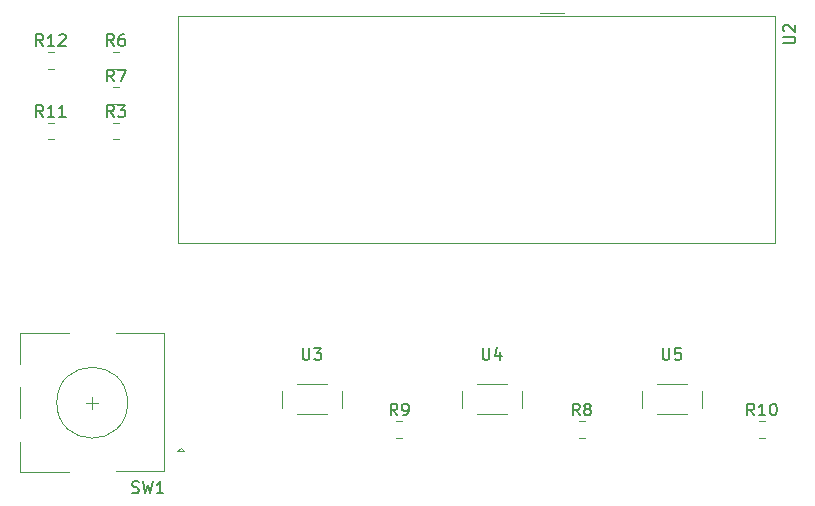
<source format=gbr>
G04 #@! TF.GenerationSoftware,KiCad,Pcbnew,(5.1.4)-1*
G04 #@! TF.CreationDate,2019-09-08T20:59:56-07:00*
G04 #@! TF.ProjectId,arduino-micro,61726475-696e-46f2-9d6d-6963726f2e6b,rev?*
G04 #@! TF.SameCoordinates,Original*
G04 #@! TF.FileFunction,Legend,Top*
G04 #@! TF.FilePolarity,Positive*
%FSLAX46Y46*%
G04 Gerber Fmt 4.6, Leading zero omitted, Abs format (unit mm)*
G04 Created by KiCad (PCBNEW (5.1.4)-1) date 2019-09-08 20:59:56*
%MOMM*%
%LPD*%
G04 APERTURE LIST*
%ADD10C,0.120000*%
%ADD11C,0.150000*%
G04 APERTURE END LIST*
D10*
X126238748Y-97710000D02*
X126761252Y-97710000D01*
X126238748Y-96290000D02*
X126761252Y-96290000D01*
X126238748Y-103710000D02*
X126761252Y-103710000D01*
X126238748Y-102290000D02*
X126761252Y-102290000D01*
X177800000Y-127000000D02*
X180340000Y-127000000D01*
X177800000Y-124460000D02*
X180340000Y-124460000D01*
X181610000Y-124980000D02*
X181610000Y-126480000D01*
X176530000Y-124980000D02*
X176530000Y-126480000D01*
X162560000Y-127000000D02*
X165100000Y-127000000D01*
X162560000Y-124460000D02*
X165100000Y-124460000D01*
X166370000Y-124980000D02*
X166370000Y-126480000D01*
X161290000Y-124980000D02*
X161290000Y-126480000D01*
X147320000Y-127000000D02*
X149860000Y-127000000D01*
X147320000Y-124460000D02*
X149860000Y-124460000D01*
X151130000Y-124980000D02*
X151130000Y-126480000D01*
X146050000Y-124980000D02*
X146050000Y-126480000D01*
X169910000Y-93000000D02*
X167910000Y-93000000D01*
X137290000Y-112490000D02*
X187830000Y-112490000D01*
X137290000Y-93250000D02*
X137290000Y-112490000D01*
X187830000Y-93250000D02*
X137290000Y-93250000D01*
X187830000Y-93250000D02*
X187830000Y-112490000D01*
X133000000Y-126000000D02*
G75*
G03X133000000Y-126000000I-3000000J0D01*
G01*
X128000000Y-131900000D02*
X123900000Y-131900000D01*
X123900000Y-120100000D02*
X128000000Y-120100000D01*
X132000000Y-120100000D02*
X136100000Y-120100000D01*
X132000000Y-131800000D02*
X136100000Y-131800000D01*
X136100000Y-131800000D02*
X136100000Y-120100000D01*
X137500000Y-129800000D02*
X137800000Y-130100000D01*
X137800000Y-130100000D02*
X137200000Y-130100000D01*
X137200000Y-130100000D02*
X137500000Y-129800000D01*
X123900000Y-131900000D02*
X123900000Y-129300000D01*
X123900000Y-127300000D02*
X123900000Y-124700000D01*
X123900000Y-122700000D02*
X123900000Y-120100000D01*
X130000000Y-126500000D02*
X130000000Y-125500000D01*
X130500000Y-126000000D02*
X129500000Y-126000000D01*
X186428748Y-128980000D02*
X186951252Y-128980000D01*
X186428748Y-127560000D02*
X186951252Y-127560000D01*
X155738748Y-128980000D02*
X156261252Y-128980000D01*
X155738748Y-127560000D02*
X156261252Y-127560000D01*
X171188748Y-128980000D02*
X171711252Y-128980000D01*
X171188748Y-127560000D02*
X171711252Y-127560000D01*
X131738748Y-100710000D02*
X132261252Y-100710000D01*
X131738748Y-99290000D02*
X132261252Y-99290000D01*
X131738748Y-97710000D02*
X132261252Y-97710000D01*
X131738748Y-96290000D02*
X132261252Y-96290000D01*
X131738748Y-103710000D02*
X132261252Y-103710000D01*
X131738748Y-102290000D02*
X132261252Y-102290000D01*
D11*
X125857142Y-95802380D02*
X125523809Y-95326190D01*
X125285714Y-95802380D02*
X125285714Y-94802380D01*
X125666666Y-94802380D01*
X125761904Y-94850000D01*
X125809523Y-94897619D01*
X125857142Y-94992857D01*
X125857142Y-95135714D01*
X125809523Y-95230952D01*
X125761904Y-95278571D01*
X125666666Y-95326190D01*
X125285714Y-95326190D01*
X126809523Y-95802380D02*
X126238095Y-95802380D01*
X126523809Y-95802380D02*
X126523809Y-94802380D01*
X126428571Y-94945238D01*
X126333333Y-95040476D01*
X126238095Y-95088095D01*
X127190476Y-94897619D02*
X127238095Y-94850000D01*
X127333333Y-94802380D01*
X127571428Y-94802380D01*
X127666666Y-94850000D01*
X127714285Y-94897619D01*
X127761904Y-94992857D01*
X127761904Y-95088095D01*
X127714285Y-95230952D01*
X127142857Y-95802380D01*
X127761904Y-95802380D01*
X125857142Y-101802380D02*
X125523809Y-101326190D01*
X125285714Y-101802380D02*
X125285714Y-100802380D01*
X125666666Y-100802380D01*
X125761904Y-100850000D01*
X125809523Y-100897619D01*
X125857142Y-100992857D01*
X125857142Y-101135714D01*
X125809523Y-101230952D01*
X125761904Y-101278571D01*
X125666666Y-101326190D01*
X125285714Y-101326190D01*
X126809523Y-101802380D02*
X126238095Y-101802380D01*
X126523809Y-101802380D02*
X126523809Y-100802380D01*
X126428571Y-100945238D01*
X126333333Y-101040476D01*
X126238095Y-101088095D01*
X127761904Y-101802380D02*
X127190476Y-101802380D01*
X127476190Y-101802380D02*
X127476190Y-100802380D01*
X127380952Y-100945238D01*
X127285714Y-101040476D01*
X127190476Y-101088095D01*
X178308095Y-121372380D02*
X178308095Y-122181904D01*
X178355714Y-122277142D01*
X178403333Y-122324761D01*
X178498571Y-122372380D01*
X178689047Y-122372380D01*
X178784285Y-122324761D01*
X178831904Y-122277142D01*
X178879523Y-122181904D01*
X178879523Y-121372380D01*
X179831904Y-121372380D02*
X179355714Y-121372380D01*
X179308095Y-121848571D01*
X179355714Y-121800952D01*
X179450952Y-121753333D01*
X179689047Y-121753333D01*
X179784285Y-121800952D01*
X179831904Y-121848571D01*
X179879523Y-121943809D01*
X179879523Y-122181904D01*
X179831904Y-122277142D01*
X179784285Y-122324761D01*
X179689047Y-122372380D01*
X179450952Y-122372380D01*
X179355714Y-122324761D01*
X179308095Y-122277142D01*
X163068095Y-121372380D02*
X163068095Y-122181904D01*
X163115714Y-122277142D01*
X163163333Y-122324761D01*
X163258571Y-122372380D01*
X163449047Y-122372380D01*
X163544285Y-122324761D01*
X163591904Y-122277142D01*
X163639523Y-122181904D01*
X163639523Y-121372380D01*
X164544285Y-121705714D02*
X164544285Y-122372380D01*
X164306190Y-121324761D02*
X164068095Y-122039047D01*
X164687142Y-122039047D01*
X147828095Y-121372380D02*
X147828095Y-122181904D01*
X147875714Y-122277142D01*
X147923333Y-122324761D01*
X148018571Y-122372380D01*
X148209047Y-122372380D01*
X148304285Y-122324761D01*
X148351904Y-122277142D01*
X148399523Y-122181904D01*
X148399523Y-121372380D01*
X148780476Y-121372380D02*
X149399523Y-121372380D01*
X149066190Y-121753333D01*
X149209047Y-121753333D01*
X149304285Y-121800952D01*
X149351904Y-121848571D01*
X149399523Y-121943809D01*
X149399523Y-122181904D01*
X149351904Y-122277142D01*
X149304285Y-122324761D01*
X149209047Y-122372380D01*
X148923333Y-122372380D01*
X148828095Y-122324761D01*
X148780476Y-122277142D01*
X188512380Y-95571904D02*
X189321904Y-95571904D01*
X189417142Y-95524285D01*
X189464761Y-95476666D01*
X189512380Y-95381428D01*
X189512380Y-95190952D01*
X189464761Y-95095714D01*
X189417142Y-95048095D01*
X189321904Y-95000476D01*
X188512380Y-95000476D01*
X188607619Y-94571904D02*
X188560000Y-94524285D01*
X188512380Y-94429047D01*
X188512380Y-94190952D01*
X188560000Y-94095714D01*
X188607619Y-94048095D01*
X188702857Y-94000476D01*
X188798095Y-94000476D01*
X188940952Y-94048095D01*
X189512380Y-94619523D01*
X189512380Y-94000476D01*
X133366666Y-133604761D02*
X133509523Y-133652380D01*
X133747619Y-133652380D01*
X133842857Y-133604761D01*
X133890476Y-133557142D01*
X133938095Y-133461904D01*
X133938095Y-133366666D01*
X133890476Y-133271428D01*
X133842857Y-133223809D01*
X133747619Y-133176190D01*
X133557142Y-133128571D01*
X133461904Y-133080952D01*
X133414285Y-133033333D01*
X133366666Y-132938095D01*
X133366666Y-132842857D01*
X133414285Y-132747619D01*
X133461904Y-132700000D01*
X133557142Y-132652380D01*
X133795238Y-132652380D01*
X133938095Y-132700000D01*
X134271428Y-132652380D02*
X134509523Y-133652380D01*
X134700000Y-132938095D01*
X134890476Y-133652380D01*
X135128571Y-132652380D01*
X136033333Y-133652380D02*
X135461904Y-133652380D01*
X135747619Y-133652380D02*
X135747619Y-132652380D01*
X135652380Y-132795238D01*
X135557142Y-132890476D01*
X135461904Y-132938095D01*
X186047142Y-127072380D02*
X185713809Y-126596190D01*
X185475714Y-127072380D02*
X185475714Y-126072380D01*
X185856666Y-126072380D01*
X185951904Y-126120000D01*
X185999523Y-126167619D01*
X186047142Y-126262857D01*
X186047142Y-126405714D01*
X185999523Y-126500952D01*
X185951904Y-126548571D01*
X185856666Y-126596190D01*
X185475714Y-126596190D01*
X186999523Y-127072380D02*
X186428095Y-127072380D01*
X186713809Y-127072380D02*
X186713809Y-126072380D01*
X186618571Y-126215238D01*
X186523333Y-126310476D01*
X186428095Y-126358095D01*
X187618571Y-126072380D02*
X187713809Y-126072380D01*
X187809047Y-126120000D01*
X187856666Y-126167619D01*
X187904285Y-126262857D01*
X187951904Y-126453333D01*
X187951904Y-126691428D01*
X187904285Y-126881904D01*
X187856666Y-126977142D01*
X187809047Y-127024761D01*
X187713809Y-127072380D01*
X187618571Y-127072380D01*
X187523333Y-127024761D01*
X187475714Y-126977142D01*
X187428095Y-126881904D01*
X187380476Y-126691428D01*
X187380476Y-126453333D01*
X187428095Y-126262857D01*
X187475714Y-126167619D01*
X187523333Y-126120000D01*
X187618571Y-126072380D01*
X155833333Y-127072380D02*
X155500000Y-126596190D01*
X155261904Y-127072380D02*
X155261904Y-126072380D01*
X155642857Y-126072380D01*
X155738095Y-126120000D01*
X155785714Y-126167619D01*
X155833333Y-126262857D01*
X155833333Y-126405714D01*
X155785714Y-126500952D01*
X155738095Y-126548571D01*
X155642857Y-126596190D01*
X155261904Y-126596190D01*
X156309523Y-127072380D02*
X156500000Y-127072380D01*
X156595238Y-127024761D01*
X156642857Y-126977142D01*
X156738095Y-126834285D01*
X156785714Y-126643809D01*
X156785714Y-126262857D01*
X156738095Y-126167619D01*
X156690476Y-126120000D01*
X156595238Y-126072380D01*
X156404761Y-126072380D01*
X156309523Y-126120000D01*
X156261904Y-126167619D01*
X156214285Y-126262857D01*
X156214285Y-126500952D01*
X156261904Y-126596190D01*
X156309523Y-126643809D01*
X156404761Y-126691428D01*
X156595238Y-126691428D01*
X156690476Y-126643809D01*
X156738095Y-126596190D01*
X156785714Y-126500952D01*
X171283333Y-127072380D02*
X170950000Y-126596190D01*
X170711904Y-127072380D02*
X170711904Y-126072380D01*
X171092857Y-126072380D01*
X171188095Y-126120000D01*
X171235714Y-126167619D01*
X171283333Y-126262857D01*
X171283333Y-126405714D01*
X171235714Y-126500952D01*
X171188095Y-126548571D01*
X171092857Y-126596190D01*
X170711904Y-126596190D01*
X171854761Y-126500952D02*
X171759523Y-126453333D01*
X171711904Y-126405714D01*
X171664285Y-126310476D01*
X171664285Y-126262857D01*
X171711904Y-126167619D01*
X171759523Y-126120000D01*
X171854761Y-126072380D01*
X172045238Y-126072380D01*
X172140476Y-126120000D01*
X172188095Y-126167619D01*
X172235714Y-126262857D01*
X172235714Y-126310476D01*
X172188095Y-126405714D01*
X172140476Y-126453333D01*
X172045238Y-126500952D01*
X171854761Y-126500952D01*
X171759523Y-126548571D01*
X171711904Y-126596190D01*
X171664285Y-126691428D01*
X171664285Y-126881904D01*
X171711904Y-126977142D01*
X171759523Y-127024761D01*
X171854761Y-127072380D01*
X172045238Y-127072380D01*
X172140476Y-127024761D01*
X172188095Y-126977142D01*
X172235714Y-126881904D01*
X172235714Y-126691428D01*
X172188095Y-126596190D01*
X172140476Y-126548571D01*
X172045238Y-126500952D01*
X131833333Y-98802380D02*
X131500000Y-98326190D01*
X131261904Y-98802380D02*
X131261904Y-97802380D01*
X131642857Y-97802380D01*
X131738095Y-97850000D01*
X131785714Y-97897619D01*
X131833333Y-97992857D01*
X131833333Y-98135714D01*
X131785714Y-98230952D01*
X131738095Y-98278571D01*
X131642857Y-98326190D01*
X131261904Y-98326190D01*
X132166666Y-97802380D02*
X132833333Y-97802380D01*
X132404761Y-98802380D01*
X131833333Y-95802380D02*
X131500000Y-95326190D01*
X131261904Y-95802380D02*
X131261904Y-94802380D01*
X131642857Y-94802380D01*
X131738095Y-94850000D01*
X131785714Y-94897619D01*
X131833333Y-94992857D01*
X131833333Y-95135714D01*
X131785714Y-95230952D01*
X131738095Y-95278571D01*
X131642857Y-95326190D01*
X131261904Y-95326190D01*
X132690476Y-94802380D02*
X132500000Y-94802380D01*
X132404761Y-94850000D01*
X132357142Y-94897619D01*
X132261904Y-95040476D01*
X132214285Y-95230952D01*
X132214285Y-95611904D01*
X132261904Y-95707142D01*
X132309523Y-95754761D01*
X132404761Y-95802380D01*
X132595238Y-95802380D01*
X132690476Y-95754761D01*
X132738095Y-95707142D01*
X132785714Y-95611904D01*
X132785714Y-95373809D01*
X132738095Y-95278571D01*
X132690476Y-95230952D01*
X132595238Y-95183333D01*
X132404761Y-95183333D01*
X132309523Y-95230952D01*
X132261904Y-95278571D01*
X132214285Y-95373809D01*
X131833333Y-101802380D02*
X131500000Y-101326190D01*
X131261904Y-101802380D02*
X131261904Y-100802380D01*
X131642857Y-100802380D01*
X131738095Y-100850000D01*
X131785714Y-100897619D01*
X131833333Y-100992857D01*
X131833333Y-101135714D01*
X131785714Y-101230952D01*
X131738095Y-101278571D01*
X131642857Y-101326190D01*
X131261904Y-101326190D01*
X132166666Y-100802380D02*
X132785714Y-100802380D01*
X132452380Y-101183333D01*
X132595238Y-101183333D01*
X132690476Y-101230952D01*
X132738095Y-101278571D01*
X132785714Y-101373809D01*
X132785714Y-101611904D01*
X132738095Y-101707142D01*
X132690476Y-101754761D01*
X132595238Y-101802380D01*
X132309523Y-101802380D01*
X132214285Y-101754761D01*
X132166666Y-101707142D01*
M02*

</source>
